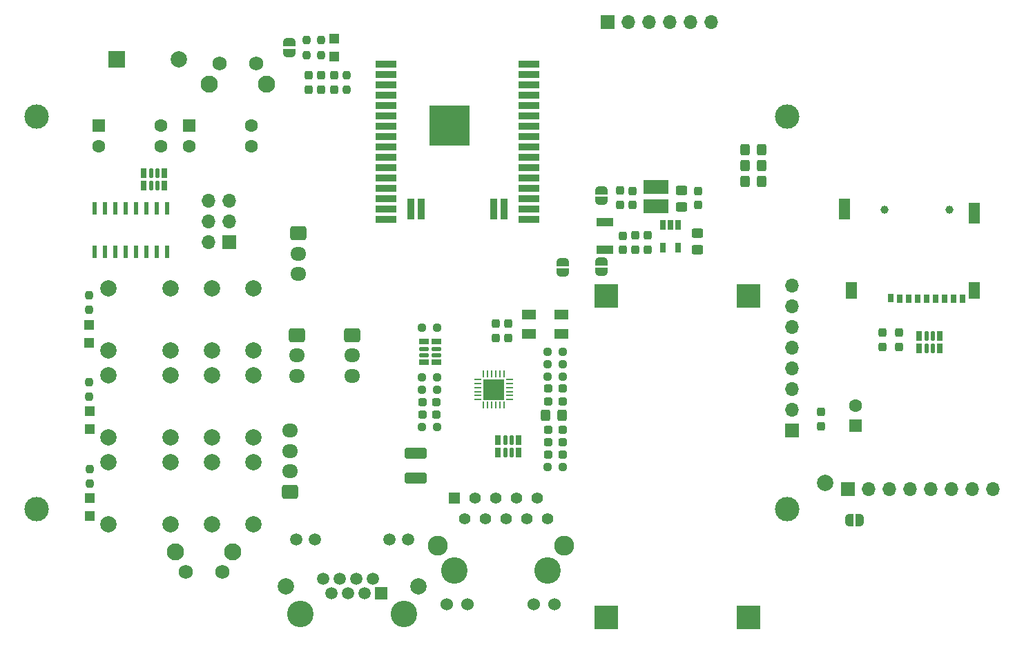
<source format=gbr>
%TF.GenerationSoftware,KiCad,Pcbnew,(6.0.5)*%
%TF.CreationDate,2022-09-05T15:54:14+03:00*%
%TF.ProjectId,KartliGecis_v1,4b617274-6c69-4476-9563-69735f76312e,v1.0*%
%TF.SameCoordinates,Original*%
%TF.FileFunction,Soldermask,Top*%
%TF.FilePolarity,Negative*%
%FSLAX46Y46*%
G04 Gerber Fmt 4.6, Leading zero omitted, Abs format (unit mm)*
G04 Created by KiCad (PCBNEW (6.0.5)) date 2022-09-05 15:54:14*
%MOMM*%
%LPD*%
G01*
G04 APERTURE LIST*
G04 Aperture macros list*
%AMRoundRect*
0 Rectangle with rounded corners*
0 $1 Rounding radius*
0 $2 $3 $4 $5 $6 $7 $8 $9 X,Y pos of 4 corners*
0 Add a 4 corners polygon primitive as box body*
4,1,4,$2,$3,$4,$5,$6,$7,$8,$9,$2,$3,0*
0 Add four circle primitives for the rounded corners*
1,1,$1+$1,$2,$3*
1,1,$1+$1,$4,$5*
1,1,$1+$1,$6,$7*
1,1,$1+$1,$8,$9*
0 Add four rect primitives between the rounded corners*
20,1,$1+$1,$2,$3,$4,$5,0*
20,1,$1+$1,$4,$5,$6,$7,0*
20,1,$1+$1,$6,$7,$8,$9,0*
20,1,$1+$1,$8,$9,$2,$3,0*%
%AMFreePoly0*
4,1,22,0.500000,-0.750000,0.000000,-0.750000,0.000000,-0.745033,-0.079941,-0.743568,-0.215256,-0.701293,-0.333266,-0.622738,-0.424486,-0.514219,-0.481581,-0.384460,-0.499164,-0.250000,-0.500000,-0.250000,-0.500000,0.250000,-0.499164,0.250000,-0.499963,0.256109,-0.478152,0.396186,-0.417904,0.524511,-0.324060,0.630769,-0.204165,0.706417,-0.067858,0.745374,0.000000,0.744959,0.000000,0.750000,
0.500000,0.750000,0.500000,-0.750000,0.500000,-0.750000,$1*%
%AMFreePoly1*
4,1,20,0.000000,0.744959,0.073905,0.744508,0.209726,0.703889,0.328688,0.626782,0.421226,0.519385,0.479903,0.390333,0.500000,0.250000,0.500000,-0.250000,0.499851,-0.262216,0.476331,-0.402017,0.414519,-0.529596,0.319384,-0.634700,0.198574,-0.708877,0.061801,-0.746166,0.000000,-0.745033,0.000000,-0.750000,-0.500000,-0.750000,-0.500000,0.750000,0.000000,0.750000,0.000000,0.744959,
0.000000,0.744959,$1*%
G04 Aperture macros list end*
%ADD10R,2.000000X2.000000*%
%ADD11C,2.000000*%
%ADD12RoundRect,0.237500X-0.287500X-0.237500X0.287500X-0.237500X0.287500X0.237500X-0.287500X0.237500X0*%
%ADD13RoundRect,0.250000X1.100000X-0.412500X1.100000X0.412500X-1.100000X0.412500X-1.100000X-0.412500X0*%
%ADD14RoundRect,0.237500X-0.237500X0.287500X-0.237500X-0.287500X0.237500X-0.287500X0.237500X0.287500X0*%
%ADD15RoundRect,0.237500X0.237500X-0.287500X0.237500X0.287500X-0.237500X0.287500X-0.237500X-0.287500X0*%
%ADD16C,3.250000*%
%ADD17R,1.500000X1.500000*%
%ADD18C,1.500000*%
%ADD19C,1.000000*%
%ADD20RoundRect,0.050000X0.250000X0.500000X-0.250000X0.500000X-0.250000X-0.500000X0.250000X-0.500000X0*%
%ADD21RoundRect,0.050000X0.600000X1.000000X-0.600000X1.000000X-0.600000X-1.000000X0.600000X-1.000000X0*%
%ADD22RoundRect,0.050000X0.650000X1.250000X-0.650000X1.250000X-0.650000X-1.250000X0.650000X-1.250000X0*%
%ADD23RoundRect,0.237500X0.250000X0.237500X-0.250000X0.237500X-0.250000X-0.237500X0.250000X-0.237500X0*%
%ADD24RoundRect,0.237500X-0.250000X-0.237500X0.250000X-0.237500X0.250000X0.237500X-0.250000X0.237500X0*%
%ADD25RoundRect,0.050800X0.317500X0.508000X-0.317500X0.508000X-0.317500X-0.508000X0.317500X-0.508000X0*%
%ADD26RoundRect,0.050800X0.190500X0.508000X-0.190500X0.508000X-0.190500X-0.508000X0.190500X-0.508000X0*%
%ADD27C,2.100000*%
%ADD28C,1.750000*%
%ADD29C,2.445000*%
%ADD30R,1.408000X1.408000*%
%ADD31C,1.408000*%
%ADD32C,1.524000*%
%ADD33RoundRect,0.062500X0.350000X0.062500X-0.350000X0.062500X-0.350000X-0.062500X0.350000X-0.062500X0*%
%ADD34RoundRect,0.062500X0.062500X0.350000X-0.062500X0.350000X-0.062500X-0.350000X0.062500X-0.350000X0*%
%ADD35R,2.600000X2.600000*%
%ADD36R,1.700000X1.700000*%
%ADD37O,1.700000X1.700000*%
%ADD38R,1.800000X1.200000*%
%ADD39R,0.650000X1.200000*%
%ADD40RoundRect,0.250000X0.450000X-0.325000X0.450000X0.325000X-0.450000X0.325000X-0.450000X-0.325000X0*%
%ADD41RoundRect,0.050800X-1.500000X0.800000X-1.500000X-0.800000X1.500000X-0.800000X1.500000X0.800000X0*%
%ADD42RoundRect,0.250000X-0.450000X0.325000X-0.450000X-0.325000X0.450000X-0.325000X0.450000X0.325000X0*%
%ADD43R,1.998980X1.100760*%
%ADD44RoundRect,0.237500X0.237500X-0.250000X0.237500X0.250000X-0.237500X0.250000X-0.237500X-0.250000X0*%
%ADD45RoundRect,0.237500X0.287500X0.237500X-0.287500X0.237500X-0.287500X-0.237500X0.287500X-0.237500X0*%
%ADD46R,2.500000X0.900000*%
%ADD47R,0.900000X2.500000*%
%ADD48R,5.000000X5.000000*%
%ADD49RoundRect,0.250000X-0.725000X0.600000X-0.725000X-0.600000X0.725000X-0.600000X0.725000X0.600000X0*%
%ADD50O,1.950000X1.700000*%
%ADD51R,1.600000X1.600000*%
%ADD52C,1.600000*%
%ADD53R,0.600000X1.500000*%
%ADD54R,1.200000X1.200000*%
%ADD55RoundRect,0.237500X-0.237500X0.250000X-0.237500X-0.250000X0.237500X-0.250000X0.237500X0.250000X0*%
%ADD56FreePoly0,180.000000*%
%ADD57FreePoly1,180.000000*%
%ADD58FreePoly0,270.000000*%
%ADD59FreePoly1,270.000000*%
%ADD60RoundRect,0.250000X-0.325000X-0.450000X0.325000X-0.450000X0.325000X0.450000X-0.325000X0.450000X0*%
%ADD61RoundRect,0.250000X0.325000X0.450000X-0.325000X0.450000X-0.325000X-0.450000X0.325000X-0.450000X0*%
%ADD62FreePoly0,90.000000*%
%ADD63FreePoly1,90.000000*%
%ADD64R,3.000000X3.000000*%
%ADD65RoundRect,0.250000X0.725000X-0.600000X0.725000X0.600000X-0.725000X0.600000X-0.725000X-0.600000X0*%
%ADD66RoundRect,0.050800X-0.508000X0.317500X-0.508000X-0.317500X0.508000X-0.317500X0.508000X0.317500X0*%
%ADD67RoundRect,0.050800X-0.508000X0.190500X-0.508000X-0.190500X0.508000X-0.190500X0.508000X0.190500X0*%
%ADD68C,3.000000*%
%ADD69RoundRect,0.050800X-0.317500X-0.508000X0.317500X-0.508000X0.317500X0.508000X-0.317500X0.508000X0*%
%ADD70RoundRect,0.050800X-0.190500X-0.508000X0.190500X-0.508000X0.190500X0.508000X-0.190500X0.508000X0*%
G04 APERTURE END LIST*
D10*
%TO.C,BZ1*%
X58166000Y-49784000D03*
D11*
X65766000Y-49784000D03*
%TD*%
D12*
%TO.C,C1*%
X95594200Y-93421200D03*
X97344200Y-93421200D03*
%TD*%
%TO.C,C7*%
X111037400Y-95275400D03*
X112787400Y-95275400D03*
%TD*%
%TO.C,C8*%
X111037400Y-96799400D03*
X112787400Y-96799400D03*
%TD*%
%TO.C,C9*%
X111036400Y-98323400D03*
X112786400Y-98323400D03*
%TD*%
D13*
%TO.C,C12*%
X94792800Y-101232100D03*
X94792800Y-98107100D03*
%TD*%
D12*
%TO.C,C13*%
X95594200Y-91897200D03*
X97344200Y-91897200D03*
%TD*%
D14*
%TO.C,C14*%
X129390756Y-65952400D03*
X129390756Y-67702400D03*
%TD*%
D15*
%TO.C,C20*%
X151993600Y-85099100D03*
X151993600Y-83349100D03*
%TD*%
%TO.C,C22*%
X144449800Y-94855000D03*
X144449800Y-93105000D03*
%TD*%
D16*
%TO.C,J2*%
X80666400Y-117906800D03*
X93366400Y-117906800D03*
D17*
X90576400Y-115366800D03*
D18*
X89556400Y-113586800D03*
X88536400Y-115366800D03*
X87516400Y-113586800D03*
X86496400Y-115366800D03*
X85476400Y-113586800D03*
X84456400Y-115366800D03*
X83436400Y-113586800D03*
X93876400Y-108766800D03*
X91586400Y-108766800D03*
X82446400Y-108766800D03*
X80156400Y-108766800D03*
D11*
X95146400Y-114476800D03*
X78886400Y-114476800D03*
%TD*%
D19*
%TO.C,J4*%
X160271000Y-68255000D03*
X152271000Y-68255000D03*
D20*
X153071000Y-79105000D03*
X154171000Y-79155000D03*
X155271000Y-79155000D03*
X156371000Y-79155000D03*
X157471000Y-79155000D03*
X158571000Y-79155000D03*
D21*
X148221000Y-78155000D03*
D22*
X163271000Y-68655000D03*
D21*
X163271000Y-78155000D03*
D22*
X147371000Y-68155000D03*
D20*
X159671000Y-79155000D03*
X160771000Y-79155000D03*
X161871000Y-79155000D03*
%TD*%
D23*
%TO.C,R1*%
X97381700Y-82702400D03*
X95556700Y-82702400D03*
%TD*%
D24*
%TO.C,R2*%
X95556700Y-88849200D03*
X97381700Y-88849200D03*
%TD*%
D23*
%TO.C,R3*%
X97381700Y-94945200D03*
X95556700Y-94945200D03*
%TD*%
D24*
%TO.C,R8*%
X110999900Y-87198200D03*
X112824900Y-87198200D03*
%TD*%
%TO.C,R11*%
X110999900Y-88722200D03*
X112824900Y-88722200D03*
%TD*%
D23*
%TO.C,R15*%
X97381700Y-90373200D03*
X95556700Y-90373200D03*
%TD*%
D25*
%TO.C,RM2*%
X107416600Y-96545400D03*
X107416600Y-98069400D03*
D26*
X106527600Y-96545400D03*
X106527600Y-98069400D03*
X105765600Y-96545400D03*
X105765600Y-98069400D03*
D25*
X104876600Y-96545400D03*
X104876600Y-98069400D03*
%TD*%
D27*
%TO.C,SW1*%
X72370000Y-110260600D03*
X65360000Y-110260600D03*
D28*
X71120000Y-112750600D03*
X66620000Y-112750600D03*
%TD*%
D27*
%TO.C,SW2*%
X69489000Y-52807400D03*
X76499000Y-52807400D03*
D28*
X70739000Y-50317400D03*
X75239000Y-50317400D03*
%TD*%
D16*
%TO.C,U2*%
X110921800Y-112572800D03*
X99491800Y-112572800D03*
D29*
X97461800Y-109522800D03*
X112951800Y-109522800D03*
D30*
X99491800Y-103682800D03*
D31*
X100761800Y-106222800D03*
X102031800Y-103682800D03*
X103301800Y-106222800D03*
X104571800Y-103682800D03*
X105841800Y-106222800D03*
X107111800Y-103682800D03*
X108381800Y-106222800D03*
X109651800Y-103682800D03*
X110921800Y-106222800D03*
D32*
X98581800Y-116652800D03*
X101121800Y-116652800D03*
X109291800Y-116652800D03*
X111831800Y-116652800D03*
%TD*%
D33*
%TO.C,U3*%
X106280700Y-91572400D03*
X106280700Y-91072400D03*
X106280700Y-90572400D03*
X106280700Y-90072400D03*
X106280700Y-89572400D03*
X106280700Y-89072400D03*
D34*
X105593200Y-88384900D03*
X105093200Y-88384900D03*
X104593200Y-88384900D03*
X104093200Y-88384900D03*
X103593200Y-88384900D03*
X103093200Y-88384900D03*
D33*
X102405700Y-89072400D03*
X102405700Y-89572400D03*
X102405700Y-90072400D03*
X102405700Y-90572400D03*
X102405700Y-91072400D03*
X102405700Y-91572400D03*
D34*
X103093200Y-92259900D03*
X103593200Y-92259900D03*
X104093200Y-92259900D03*
X104593200Y-92259900D03*
X105093200Y-92259900D03*
X105593200Y-92259900D03*
D35*
X104343200Y-90322400D03*
%TD*%
D11*
%TO.C,U8*%
X144983200Y-101821400D03*
D36*
X147802600Y-102514400D03*
D37*
X150342600Y-102514400D03*
X152882600Y-102514400D03*
X155422600Y-102514400D03*
X157962600Y-102514400D03*
X160502600Y-102514400D03*
X163042600Y-102514400D03*
X165582600Y-102514400D03*
%TD*%
D38*
%TO.C,Y1*%
X112649000Y-81089800D03*
X108649000Y-81089800D03*
X108649000Y-83489800D03*
X112649000Y-83489800D03*
%TD*%
D39*
%TO.C,U4*%
X127001256Y-70143900D03*
X126051256Y-70143900D03*
X125101256Y-70143900D03*
X125101256Y-72943900D03*
X127001256Y-72943900D03*
%TD*%
D40*
%TO.C,R16*%
X127358756Y-67927400D03*
X127358756Y-65877400D03*
%TD*%
D41*
%TO.C,L1*%
X124256800Y-67830400D03*
X124256800Y-65430400D03*
%TD*%
D42*
%TO.C,R17*%
X129314556Y-71144900D03*
X129314556Y-73194900D03*
%TD*%
D14*
%TO.C,C19*%
X121384200Y-65952400D03*
X121384200Y-67702400D03*
%TD*%
D43*
%TO.C,D2*%
X117977898Y-73144372D03*
X117977898Y-69785700D03*
%TD*%
D14*
%TO.C,C18*%
X119837200Y-65927000D03*
X119837200Y-67677000D03*
%TD*%
D15*
%TO.C,C17*%
X120192800Y-73188800D03*
X120192800Y-71438800D03*
%TD*%
%TO.C,C16*%
X121716800Y-73163400D03*
X121716800Y-71413400D03*
%TD*%
%TO.C,C15*%
X123240800Y-73163400D03*
X123240800Y-71413400D03*
%TD*%
D44*
%TO.C,R5*%
X86309200Y-53541300D03*
X86309200Y-51716300D03*
%TD*%
D15*
%TO.C,C4*%
X84785200Y-53503800D03*
X84785200Y-51753800D03*
%TD*%
D14*
%TO.C,C3*%
X81635600Y-51753800D03*
X81635600Y-53503800D03*
%TD*%
%TO.C,C2*%
X83210400Y-51753800D03*
X83210400Y-53503800D03*
%TD*%
D45*
%TO.C,C6*%
X112787400Y-90220800D03*
X111037400Y-90220800D03*
%TD*%
%TO.C,C5*%
X112787400Y-91770200D03*
X111037400Y-91770200D03*
%TD*%
D46*
%TO.C,U1*%
X91173600Y-50419000D03*
X91173600Y-51689000D03*
X91173600Y-52959000D03*
X91173600Y-54229000D03*
X91173600Y-55499000D03*
X91173600Y-56769000D03*
X91173600Y-58039000D03*
X91173600Y-59309000D03*
X91173600Y-60579000D03*
X91173600Y-61849000D03*
X91173600Y-63119000D03*
X91173600Y-64389000D03*
X91173600Y-65659000D03*
X91173600Y-66929000D03*
D47*
X94208600Y-68179000D03*
D46*
X91173600Y-68199000D03*
D47*
X95478600Y-68179000D03*
D46*
X91173600Y-69469000D03*
D47*
X104368600Y-68179000D03*
D46*
X108673600Y-69469000D03*
X108673600Y-68199000D03*
D47*
X105638600Y-68179000D03*
D46*
X108673600Y-66929000D03*
X108673600Y-65659000D03*
X108673600Y-64389000D03*
X108673600Y-63119000D03*
X108673600Y-61849000D03*
X108673600Y-60579000D03*
X108673600Y-59309000D03*
X108673600Y-58039000D03*
X108673600Y-56769000D03*
X108673600Y-55499000D03*
X108673600Y-54229000D03*
X108673600Y-52959000D03*
X108673600Y-51689000D03*
X108673600Y-50419000D03*
D48*
X98923600Y-57919000D03*
%TD*%
D15*
%TO.C,C21*%
X154076400Y-85099100D03*
X154076400Y-83349100D03*
%TD*%
D23*
%TO.C,R13*%
X112823900Y-99872800D03*
X110998900Y-99872800D03*
%TD*%
D49*
%TO.C,J7*%
X87020400Y-83656800D03*
D50*
X87020400Y-86156800D03*
X87020400Y-88656800D03*
%TD*%
D51*
%TO.C,U7*%
X67046000Y-57902000D03*
D52*
X67046000Y-60442000D03*
X74666000Y-60442000D03*
X74666000Y-57902000D03*
%TD*%
D49*
%TO.C,J5*%
X80230200Y-83656800D03*
D50*
X80230200Y-86156800D03*
X80230200Y-88656800D03*
%TD*%
D23*
%TO.C,R7*%
X112824900Y-85674200D03*
X110999900Y-85674200D03*
%TD*%
D25*
%TO.C,RM4*%
X159054800Y-83718400D03*
X159054800Y-85242400D03*
D26*
X158165800Y-83718400D03*
X158165800Y-85242400D03*
X157403800Y-83718400D03*
X157403800Y-85242400D03*
D25*
X156514800Y-83718400D03*
X156514800Y-85242400D03*
%TD*%
D53*
%TO.C,U9*%
X64312800Y-68064400D03*
X63042800Y-68064400D03*
X61772800Y-68064400D03*
X60502800Y-68064400D03*
X59232800Y-68064400D03*
X57962800Y-68064400D03*
X56692800Y-68064400D03*
X55422800Y-68064400D03*
X55422800Y-73464400D03*
X56692800Y-73464400D03*
X57962800Y-73464400D03*
X59232800Y-73464400D03*
X60502800Y-73464400D03*
X61772800Y-73464400D03*
X63042800Y-73464400D03*
X64312800Y-73464400D03*
%TD*%
D54*
%TO.C,D1*%
X84785200Y-49457700D03*
X84785200Y-47257700D03*
%TD*%
D51*
%TO.C,U6*%
X55890000Y-57912000D03*
D52*
X55890000Y-60452000D03*
X63510000Y-60452000D03*
X63510000Y-57912000D03*
%TD*%
D54*
%TO.C,D4*%
X54787800Y-95173800D03*
X54787800Y-92973800D03*
%TD*%
D55*
%TO.C,R22*%
X54787800Y-100054400D03*
X54787800Y-101879400D03*
%TD*%
D15*
%TO.C,C10*%
X104648000Y-83983800D03*
X104648000Y-82233800D03*
%TD*%
D56*
%TO.C,JP6*%
X149265400Y-106324400D03*
D57*
X147965400Y-106324400D03*
%TD*%
D11*
%TO.C,K2*%
X57074100Y-88599900D03*
X64694100Y-88599900D03*
X69774100Y-88599900D03*
X74854100Y-88599900D03*
X74854100Y-96219900D03*
X69774100Y-96219900D03*
X64694100Y-96219900D03*
X57074100Y-96219900D03*
%TD*%
D58*
%TO.C,JP4*%
X117525800Y-65898000D03*
D59*
X117525800Y-67198000D03*
%TD*%
D60*
%TO.C,R12*%
X135169800Y-64820800D03*
X137219800Y-64820800D03*
%TD*%
D55*
%TO.C,R4*%
X83149400Y-47445200D03*
X83149400Y-49270200D03*
%TD*%
D61*
%TO.C,FB1*%
X112734200Y-93497400D03*
X110684200Y-93497400D03*
%TD*%
D55*
%TO.C,R23*%
X81407000Y-47445200D03*
X81407000Y-49270200D03*
%TD*%
D54*
%TO.C,D5*%
X54787800Y-105833900D03*
X54787800Y-103633900D03*
%TD*%
D62*
%TO.C,JP2*%
X79298800Y-49011600D03*
D63*
X79298800Y-47711600D03*
%TD*%
D58*
%TO.C,JP5*%
X117525800Y-74584800D03*
D59*
X117525800Y-75884800D03*
%TD*%
D15*
%TO.C,C11*%
X106172000Y-83983800D03*
X106172000Y-82233800D03*
%TD*%
D36*
%TO.C,J1*%
X118338600Y-45212000D03*
D37*
X120878600Y-45212000D03*
X123418600Y-45212000D03*
X125958600Y-45212000D03*
X128498600Y-45212000D03*
X131038600Y-45212000D03*
%TD*%
D49*
%TO.C,J3*%
X80416600Y-71170800D03*
D50*
X80416600Y-73670800D03*
X80416600Y-76170800D03*
%TD*%
D64*
%TO.C,U5*%
X118148000Y-118297000D03*
X135598000Y-118297000D03*
X135598000Y-78807000D03*
X118148000Y-78807000D03*
%TD*%
D65*
%TO.C,J8*%
X79366600Y-102859200D03*
D50*
X79366600Y-100359200D03*
X79366600Y-97859200D03*
X79366600Y-95359200D03*
%TD*%
D66*
%TO.C,RM1*%
X95808800Y-84455000D03*
X97332800Y-84455000D03*
D67*
X95808800Y-85344000D03*
X97332800Y-85344000D03*
X95808800Y-86106000D03*
X97332800Y-86106000D03*
D66*
X95808800Y-86995000D03*
X97332800Y-86995000D03*
%TD*%
D11*
%TO.C,K3*%
X57069100Y-99267900D03*
X64689100Y-99267900D03*
X69769100Y-99267900D03*
X74849100Y-99267900D03*
X74849100Y-106887900D03*
X69769100Y-106887900D03*
X64689100Y-106887900D03*
X57069100Y-106887900D03*
%TD*%
%TO.C,K1*%
X57094500Y-77931900D03*
X64714500Y-77931900D03*
X69794500Y-77931900D03*
X74874500Y-77931900D03*
X74874500Y-85551900D03*
X69794500Y-85551900D03*
X64714500Y-85551900D03*
X57094500Y-85551900D03*
%TD*%
D54*
%TO.C,D3*%
X54762400Y-84572200D03*
X54762400Y-82372200D03*
%TD*%
D55*
%TO.C,R20*%
X54762400Y-78716500D03*
X54762400Y-80541500D03*
%TD*%
D60*
%TO.C,R9*%
X135195200Y-62839600D03*
X137245200Y-62839600D03*
%TD*%
D68*
%TO.C,U10*%
X140309600Y-56845200D03*
X48309600Y-105003600D03*
X48309600Y-56845200D03*
X140309600Y-105003600D03*
D36*
X140919200Y-95353600D03*
D37*
X140919200Y-92813600D03*
X140919200Y-90273600D03*
X140919200Y-87733600D03*
X140919200Y-85193600D03*
X140919200Y-82653600D03*
X140919200Y-80113600D03*
X140919200Y-77573600D03*
%TD*%
D69*
%TO.C,RM3*%
X61468000Y-65278000D03*
X61468000Y-63754000D03*
D70*
X62357000Y-65278000D03*
X62357000Y-63754000D03*
X63119000Y-65278000D03*
X63119000Y-63754000D03*
D69*
X64008000Y-65278000D03*
X64008000Y-63754000D03*
%TD*%
D55*
%TO.C,R21*%
X54762400Y-89417700D03*
X54762400Y-91242700D03*
%TD*%
D60*
%TO.C,R10*%
X135195200Y-60883800D03*
X137245200Y-60883800D03*
%TD*%
D51*
%TO.C,C23*%
X148691600Y-94778713D03*
D52*
X148691600Y-92278713D03*
%TD*%
D36*
%TO.C,J6*%
X71937800Y-72273400D03*
D37*
X69397800Y-72273400D03*
X71937800Y-69733400D03*
X69397800Y-69733400D03*
X71937800Y-67193400D03*
X69397800Y-67193400D03*
%TD*%
D62*
%TO.C,JP1*%
X112826800Y-75986400D03*
D63*
X112826800Y-74686400D03*
%TD*%
M02*

</source>
